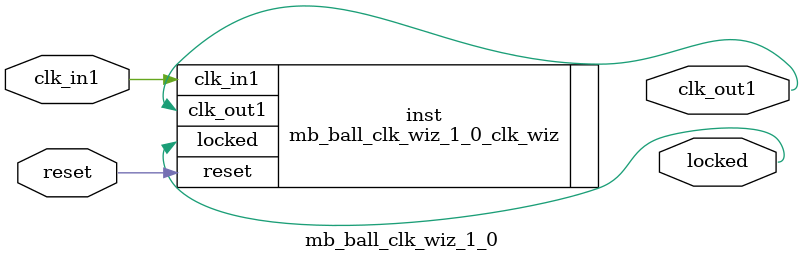
<source format=v>


`timescale 1ps/1ps

(* CORE_GENERATION_INFO = "mb_ball_clk_wiz_1_0,clk_wiz_v6_0_11_0_0,{component_name=mb_ball_clk_wiz_1_0,use_phase_alignment=true,use_min_o_jitter=false,use_max_i_jitter=false,use_dyn_phase_shift=false,use_inclk_switchover=false,use_dyn_reconfig=false,enable_axi=0,feedback_source=FDBK_AUTO,PRIMITIVE=MMCM,num_out_clk=1,clkin1_period=10.000,clkin2_period=10.000,use_power_down=false,use_reset=true,use_locked=true,use_inclk_stopped=false,feedback_type=SINGLE,CLOCK_MGR_TYPE=NA,manual_override=false}" *)

module mb_ball_clk_wiz_1_0 
 (
  // Clock out ports
  output        clk_out1,
  // Status and control signals
  input         reset,
  output        locked,
 // Clock in ports
  input         clk_in1
 );

  mb_ball_clk_wiz_1_0_clk_wiz inst
  (
  // Clock out ports  
  .clk_out1(clk_out1),
  // Status and control signals               
  .reset(reset), 
  .locked(locked),
 // Clock in ports
  .clk_in1(clk_in1)
  );

endmodule

</source>
